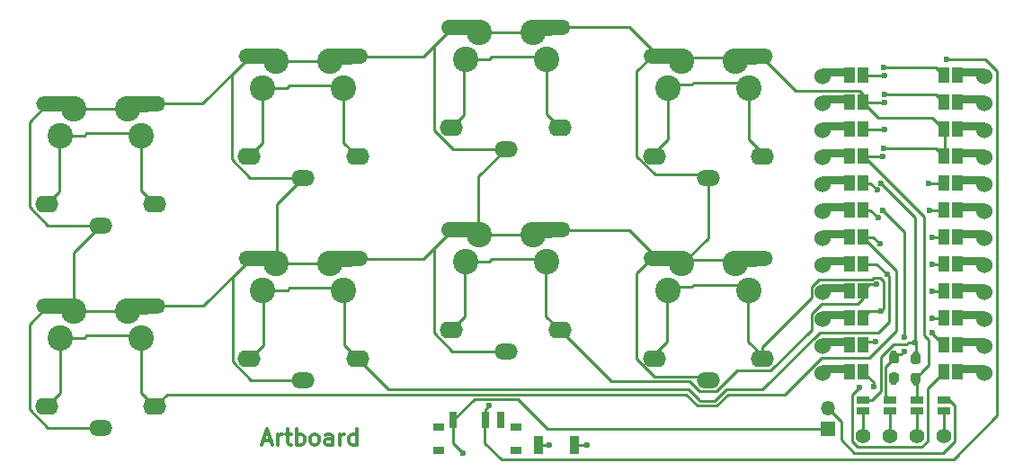
<source format=gtl>
G04 #@! TF.GenerationSoftware,KiCad,Pcbnew,5.1.9*
G04 #@! TF.CreationDate,2021-04-16T07:13:37-05:00*
G04 #@! TF.ProjectId,artboard,61727462-6f61-4726-942e-6b696361645f,2.0*
G04 #@! TF.SameCoordinates,Original*
G04 #@! TF.FileFunction,Copper,L1,Top*
G04 #@! TF.FilePolarity,Positive*
%FSLAX46Y46*%
G04 Gerber Fmt 4.6, Leading zero omitted, Abs format (unit mm)*
G04 Created by KiCad (PCBNEW 5.1.9) date 2021-04-16 07:13:37*
%MOMM*%
%LPD*%
G01*
G04 APERTURE LIST*
G04 #@! TA.AperFunction,NonConductor*
%ADD10C,0.300000*%
G04 #@! TD*
G04 #@! TA.AperFunction,EtchedComponent*
%ADD11C,0.020000*%
G04 #@! TD*
G04 #@! TA.AperFunction,EtchedComponent*
%ADD12C,0.100000*%
G04 #@! TD*
G04 #@! TA.AperFunction,ComponentPad*
%ADD13C,0.750000*%
G04 #@! TD*
G04 #@! TA.AperFunction,ComponentPad*
%ADD14C,2.400000*%
G04 #@! TD*
G04 #@! TA.AperFunction,ComponentPad*
%ADD15O,2.200000X1.600000*%
G04 #@! TD*
G04 #@! TA.AperFunction,ComponentPad*
%ADD16O,2.200000X1.500000*%
G04 #@! TD*
G04 #@! TA.AperFunction,SMDPad,CuDef*
%ADD17C,0.100000*%
G04 #@! TD*
G04 #@! TA.AperFunction,ComponentPad*
%ADD18C,1.524000*%
G04 #@! TD*
G04 #@! TA.AperFunction,SMDPad,CuDef*
%ADD19R,0.900000X1.700000*%
G04 #@! TD*
G04 #@! TA.AperFunction,SMDPad,CuDef*
%ADD20R,0.700000X1.500000*%
G04 #@! TD*
G04 #@! TA.AperFunction,SMDPad,CuDef*
%ADD21R,1.000000X0.800000*%
G04 #@! TD*
G04 #@! TA.AperFunction,SMDPad,CuDef*
%ADD22R,1.143000X0.635000*%
G04 #@! TD*
G04 #@! TA.AperFunction,ComponentPad*
%ADD23C,1.397000*%
G04 #@! TD*
G04 #@! TA.AperFunction,ComponentPad*
%ADD24R,1.350000X1.350000*%
G04 #@! TD*
G04 #@! TA.AperFunction,ComponentPad*
%ADD25O,1.350000X1.350000*%
G04 #@! TD*
G04 #@! TA.AperFunction,ViaPad*
%ADD26C,0.600000*%
G04 #@! TD*
G04 #@! TA.AperFunction,Conductor*
%ADD27C,0.250000*%
G04 #@! TD*
G04 APERTURE END LIST*
D10*
X56519328Y-72091500D02*
X57233614Y-72091500D01*
X56376471Y-72520071D02*
X56876471Y-71020071D01*
X57376471Y-72520071D01*
X57876471Y-72520071D02*
X57876471Y-71520071D01*
X57876471Y-71805785D02*
X57947900Y-71662928D01*
X58019328Y-71591500D01*
X58162185Y-71520071D01*
X58305042Y-71520071D01*
X58590757Y-71520071D02*
X59162185Y-71520071D01*
X58805042Y-71020071D02*
X58805042Y-72305785D01*
X58876471Y-72448642D01*
X59019328Y-72520071D01*
X59162185Y-72520071D01*
X59662185Y-72520071D02*
X59662185Y-71020071D01*
X59662185Y-71591500D02*
X59805042Y-71520071D01*
X60090757Y-71520071D01*
X60233614Y-71591500D01*
X60305042Y-71662928D01*
X60376471Y-71805785D01*
X60376471Y-72234357D01*
X60305042Y-72377214D01*
X60233614Y-72448642D01*
X60090757Y-72520071D01*
X59805042Y-72520071D01*
X59662185Y-72448642D01*
X61233614Y-72520071D02*
X61090757Y-72448642D01*
X61019328Y-72377214D01*
X60947900Y-72234357D01*
X60947900Y-71805785D01*
X61019328Y-71662928D01*
X61090757Y-71591500D01*
X61233614Y-71520071D01*
X61447900Y-71520071D01*
X61590757Y-71591500D01*
X61662185Y-71662928D01*
X61733614Y-71805785D01*
X61733614Y-72234357D01*
X61662185Y-72377214D01*
X61590757Y-72448642D01*
X61447900Y-72520071D01*
X61233614Y-72520071D01*
X63019328Y-72520071D02*
X63019328Y-71734357D01*
X62947900Y-71591500D01*
X62805042Y-71520071D01*
X62519328Y-71520071D01*
X62376471Y-71591500D01*
X63019328Y-72448642D02*
X62876471Y-72520071D01*
X62519328Y-72520071D01*
X62376471Y-72448642D01*
X62305042Y-72305785D01*
X62305042Y-72162928D01*
X62376471Y-72020071D01*
X62519328Y-71948642D01*
X62876471Y-71948642D01*
X63019328Y-71877214D01*
X63733614Y-72520071D02*
X63733614Y-71520071D01*
X63733614Y-71805785D02*
X63805042Y-71662928D01*
X63876471Y-71591500D01*
X64019328Y-71520071D01*
X64162185Y-71520071D01*
X65305042Y-72520071D02*
X65305042Y-71020071D01*
X65305042Y-72448642D02*
X65162185Y-72520071D01*
X64876471Y-72520071D01*
X64733614Y-72448642D01*
X64662185Y-72377214D01*
X64590757Y-72234357D01*
X64590757Y-71805785D01*
X64662185Y-71662928D01*
X64733614Y-71591500D01*
X64876471Y-71520071D01*
X65162185Y-71520071D01*
X65305042Y-71591500D01*
D11*
G36*
X124398700Y-37703900D02*
G01*
X121858700Y-37703900D01*
X121858700Y-37068900D01*
X124398700Y-37068900D01*
X124398700Y-37703900D01*
G37*
X124398700Y-37703900D02*
X121858700Y-37703900D01*
X121858700Y-37068900D01*
X124398700Y-37068900D01*
X124398700Y-37703900D01*
D12*
G36*
X111698700Y-40243900D02*
G01*
X109158700Y-40243900D01*
X109158700Y-39608900D01*
X111698700Y-39608900D01*
X111698700Y-40243900D01*
G37*
X111698700Y-40243900D02*
X109158700Y-40243900D01*
X109158700Y-39608900D01*
X111698700Y-39608900D01*
X111698700Y-40243900D01*
G36*
X111698700Y-42783900D02*
G01*
X109158700Y-42783900D01*
X109158700Y-42148900D01*
X111698700Y-42148900D01*
X111698700Y-42783900D01*
G37*
X111698700Y-42783900D02*
X109158700Y-42783900D01*
X109158700Y-42148900D01*
X111698700Y-42148900D01*
X111698700Y-42783900D01*
G36*
X111698700Y-45323900D02*
G01*
X109158700Y-45323900D01*
X109158700Y-44688900D01*
X111698700Y-44688900D01*
X111698700Y-45323900D01*
G37*
X111698700Y-45323900D02*
X109158700Y-45323900D01*
X109158700Y-44688900D01*
X111698700Y-44688900D01*
X111698700Y-45323900D01*
G36*
X111698700Y-47863900D02*
G01*
X109158700Y-47863900D01*
X109158700Y-47228900D01*
X111698700Y-47228900D01*
X111698700Y-47863900D01*
G37*
X111698700Y-47863900D02*
X109158700Y-47863900D01*
X109158700Y-47228900D01*
X111698700Y-47228900D01*
X111698700Y-47863900D01*
G36*
X111698700Y-50403900D02*
G01*
X109158700Y-50403900D01*
X109158700Y-49768900D01*
X111698700Y-49768900D01*
X111698700Y-50403900D01*
G37*
X111698700Y-50403900D02*
X109158700Y-50403900D01*
X109158700Y-49768900D01*
X111698700Y-49768900D01*
X111698700Y-50403900D01*
G36*
X111698700Y-52943900D02*
G01*
X109158700Y-52943900D01*
X109158700Y-52308900D01*
X111698700Y-52308900D01*
X111698700Y-52943900D01*
G37*
X111698700Y-52943900D02*
X109158700Y-52943900D01*
X109158700Y-52308900D01*
X111698700Y-52308900D01*
X111698700Y-52943900D01*
G36*
X111698700Y-55483900D02*
G01*
X109158700Y-55483900D01*
X109158700Y-54848900D01*
X111698700Y-54848900D01*
X111698700Y-55483900D01*
G37*
X111698700Y-55483900D02*
X109158700Y-55483900D01*
X109158700Y-54848900D01*
X111698700Y-54848900D01*
X111698700Y-55483900D01*
G36*
X111698700Y-58023900D02*
G01*
X109158700Y-58023900D01*
X109158700Y-57388900D01*
X111698700Y-57388900D01*
X111698700Y-58023900D01*
G37*
X111698700Y-58023900D02*
X109158700Y-58023900D01*
X109158700Y-57388900D01*
X111698700Y-57388900D01*
X111698700Y-58023900D01*
G36*
X111698700Y-60563900D02*
G01*
X109158700Y-60563900D01*
X109158700Y-59928900D01*
X111698700Y-59928900D01*
X111698700Y-60563900D01*
G37*
X111698700Y-60563900D02*
X109158700Y-60563900D01*
X109158700Y-59928900D01*
X111698700Y-59928900D01*
X111698700Y-60563900D01*
G36*
X111698700Y-63103900D02*
G01*
X109158700Y-63103900D01*
X109158700Y-62468900D01*
X111698700Y-62468900D01*
X111698700Y-63103900D01*
G37*
X111698700Y-63103900D02*
X109158700Y-63103900D01*
X109158700Y-62468900D01*
X111698700Y-62468900D01*
X111698700Y-63103900D01*
G36*
X111698700Y-65643900D02*
G01*
X109158700Y-65643900D01*
X109158700Y-65008900D01*
X111698700Y-65008900D01*
X111698700Y-65643900D01*
G37*
X111698700Y-65643900D02*
X109158700Y-65643900D01*
X109158700Y-65008900D01*
X111698700Y-65008900D01*
X111698700Y-65643900D01*
G36*
X124398700Y-40243900D02*
G01*
X121858700Y-40243900D01*
X121858700Y-39608900D01*
X124398700Y-39608900D01*
X124398700Y-40243900D01*
G37*
X124398700Y-40243900D02*
X121858700Y-40243900D01*
X121858700Y-39608900D01*
X124398700Y-39608900D01*
X124398700Y-40243900D01*
G36*
X124398700Y-42783900D02*
G01*
X121858700Y-42783900D01*
X121858700Y-42148900D01*
X124398700Y-42148900D01*
X124398700Y-42783900D01*
G37*
X124398700Y-42783900D02*
X121858700Y-42783900D01*
X121858700Y-42148900D01*
X124398700Y-42148900D01*
X124398700Y-42783900D01*
G36*
X124398700Y-45323900D02*
G01*
X121858700Y-45323900D01*
X121858700Y-44688900D01*
X124398700Y-44688900D01*
X124398700Y-45323900D01*
G37*
X124398700Y-45323900D02*
X121858700Y-45323900D01*
X121858700Y-44688900D01*
X124398700Y-44688900D01*
X124398700Y-45323900D01*
G36*
X124398700Y-47863900D02*
G01*
X121858700Y-47863900D01*
X121858700Y-47228900D01*
X124398700Y-47228900D01*
X124398700Y-47863900D01*
G37*
X124398700Y-47863900D02*
X121858700Y-47863900D01*
X121858700Y-47228900D01*
X124398700Y-47228900D01*
X124398700Y-47863900D01*
G36*
X124398700Y-50403900D02*
G01*
X121858700Y-50403900D01*
X121858700Y-49768900D01*
X124398700Y-49768900D01*
X124398700Y-50403900D01*
G37*
X124398700Y-50403900D02*
X121858700Y-50403900D01*
X121858700Y-49768900D01*
X124398700Y-49768900D01*
X124398700Y-50403900D01*
G36*
X124398700Y-52943900D02*
G01*
X121858700Y-52943900D01*
X121858700Y-52308900D01*
X124398700Y-52308900D01*
X124398700Y-52943900D01*
G37*
X124398700Y-52943900D02*
X121858700Y-52943900D01*
X121858700Y-52308900D01*
X124398700Y-52308900D01*
X124398700Y-52943900D01*
G36*
X124398700Y-55483900D02*
G01*
X121858700Y-55483900D01*
X121858700Y-54848900D01*
X124398700Y-54848900D01*
X124398700Y-55483900D01*
G37*
X124398700Y-55483900D02*
X121858700Y-55483900D01*
X121858700Y-54848900D01*
X124398700Y-54848900D01*
X124398700Y-55483900D01*
G36*
X124398700Y-58023900D02*
G01*
X121858700Y-58023900D01*
X121858700Y-57388900D01*
X124398700Y-57388900D01*
X124398700Y-58023900D01*
G37*
X124398700Y-58023900D02*
X121858700Y-58023900D01*
X121858700Y-57388900D01*
X124398700Y-57388900D01*
X124398700Y-58023900D01*
G36*
X124398700Y-60563900D02*
G01*
X121858700Y-60563900D01*
X121858700Y-59928900D01*
X124398700Y-59928900D01*
X124398700Y-60563900D01*
G37*
X124398700Y-60563900D02*
X121858700Y-60563900D01*
X121858700Y-59928900D01*
X124398700Y-59928900D01*
X124398700Y-60563900D01*
G36*
X124398700Y-63103900D02*
G01*
X121858700Y-63103900D01*
X121858700Y-62468900D01*
X124398700Y-62468900D01*
X124398700Y-63103900D01*
G37*
X124398700Y-63103900D02*
X121858700Y-63103900D01*
X121858700Y-62468900D01*
X124398700Y-62468900D01*
X124398700Y-63103900D01*
G36*
X124398700Y-65643900D02*
G01*
X121858700Y-65643900D01*
X121858700Y-65008900D01*
X124398700Y-65008900D01*
X124398700Y-65643900D01*
G37*
X124398700Y-65643900D02*
X121858700Y-65643900D01*
X121858700Y-65008900D01*
X124398700Y-65008900D01*
X124398700Y-65643900D01*
G36*
X111698700Y-37703900D02*
G01*
X109158700Y-37703900D01*
X109158700Y-37068900D01*
X111698700Y-37068900D01*
X111698700Y-37703900D01*
G37*
X111698700Y-37703900D02*
X109158700Y-37703900D01*
X109158700Y-37068900D01*
X111698700Y-37068900D01*
X111698700Y-37703900D01*
D13*
X115900800Y-64031000D03*
X115900800Y-66571000D03*
G04 #@! TA.AperFunction,SMDPad,CuDef*
G36*
G01*
X116138300Y-66701000D02*
X115663300Y-66701000D01*
G75*
G02*
X115425800Y-66463500I0J237500D01*
G01*
X115425800Y-65963500D01*
G75*
G02*
X115663300Y-65726000I237500J0D01*
G01*
X116138300Y-65726000D01*
G75*
G02*
X116375800Y-65963500I0J-237500D01*
G01*
X116375800Y-66463500D01*
G75*
G02*
X116138300Y-66701000I-237500J0D01*
G01*
G37*
G04 #@! TD.AperFunction*
G04 #@! TA.AperFunction,SMDPad,CuDef*
G36*
G01*
X116138300Y-64876000D02*
X115663300Y-64876000D01*
G75*
G02*
X115425800Y-64638500I0J237500D01*
G01*
X115425800Y-64138500D01*
G75*
G02*
X115663300Y-63901000I237500J0D01*
G01*
X116138300Y-63901000D01*
G75*
G02*
X116375800Y-64138500I0J-237500D01*
G01*
X116375800Y-64638500D01*
G75*
G02*
X116138300Y-64876000I-237500J0D01*
G01*
G37*
G04 #@! TD.AperFunction*
X117958200Y-64056400D03*
X117958200Y-66596400D03*
G04 #@! TA.AperFunction,SMDPad,CuDef*
G36*
G01*
X118195700Y-66726400D02*
X117720700Y-66726400D01*
G75*
G02*
X117483200Y-66488900I0J237500D01*
G01*
X117483200Y-65988900D01*
G75*
G02*
X117720700Y-65751400I237500J0D01*
G01*
X118195700Y-65751400D01*
G75*
G02*
X118433200Y-65988900I0J-237500D01*
G01*
X118433200Y-66488900D01*
G75*
G02*
X118195700Y-66726400I-237500J0D01*
G01*
G37*
G04 #@! TD.AperFunction*
G04 #@! TA.AperFunction,SMDPad,CuDef*
G36*
G01*
X118195700Y-64901400D02*
X117720700Y-64901400D01*
G75*
G02*
X117483200Y-64663900I0J237500D01*
G01*
X117483200Y-64163900D01*
G75*
G02*
X117720700Y-63926400I237500J0D01*
G01*
X118195700Y-63926400D01*
G75*
G02*
X118433200Y-64163900I0J-237500D01*
G01*
X118433200Y-64663900D01*
G75*
G02*
X118195700Y-64901400I-237500J0D01*
G01*
G37*
G04 #@! TD.AperFunction*
D14*
X64084800Y-38935800D03*
D15*
X65374800Y-45375800D03*
G04 #@! TA.AperFunction,ComponentPad*
G36*
G01*
X58574674Y-35954597D02*
X58574674Y-35954597D01*
G75*
G02*
X57818158Y-36698023I-749971J6545D01*
G01*
X54918268Y-36672717D01*
G75*
G02*
X54174842Y-35916201I6545J749971D01*
G01*
X54174842Y-35916201D01*
G75*
G02*
X54931358Y-35172775I749971J-6545D01*
G01*
X57831248Y-35198081D01*
G75*
G02*
X58574674Y-35954597I-6545J-749971D01*
G01*
G37*
G04 #@! TD.AperFunction*
D14*
X57734800Y-36395800D03*
X56464800Y-38935800D03*
D16*
X60274800Y-47375800D03*
D15*
X55174800Y-45375800D03*
G04 #@! TA.AperFunction,ComponentPad*
G36*
G01*
X61974926Y-35954597D02*
X61974926Y-35954597D01*
G75*
G02*
X62718352Y-35198081I749971J6545D01*
G01*
X65618242Y-35172775D01*
G75*
G02*
X66374758Y-35916201I6545J-749971D01*
G01*
X66374758Y-35916201D01*
G75*
G02*
X65631332Y-36672717I-749971J-6545D01*
G01*
X62731442Y-36698023D01*
G75*
G02*
X61974926Y-35954597I-6545J749971D01*
G01*
G37*
G04 #@! TD.AperFunction*
D14*
X62814800Y-36395800D03*
X45009400Y-43418900D03*
D15*
X46299400Y-49858900D03*
G04 #@! TA.AperFunction,ComponentPad*
G36*
G01*
X39499274Y-40437697D02*
X39499274Y-40437697D01*
G75*
G02*
X38742758Y-41181123I-749971J6545D01*
G01*
X35842868Y-41155817D01*
G75*
G02*
X35099442Y-40399301I6545J749971D01*
G01*
X35099442Y-40399301D01*
G75*
G02*
X35855958Y-39655875I749971J-6545D01*
G01*
X38755848Y-39681181D01*
G75*
G02*
X39499274Y-40437697I-6545J-749971D01*
G01*
G37*
G04 #@! TD.AperFunction*
D14*
X38659400Y-40878900D03*
X37389400Y-43418900D03*
D16*
X41199400Y-51858900D03*
D15*
X36099400Y-49858900D03*
G04 #@! TA.AperFunction,ComponentPad*
G36*
G01*
X42899526Y-40437697D02*
X42899526Y-40437697D01*
G75*
G02*
X43642952Y-39681181I749971J6545D01*
G01*
X46542842Y-39655875D01*
G75*
G02*
X47299358Y-40399301I6545J-749971D01*
G01*
X47299358Y-40399301D01*
G75*
G02*
X46555932Y-41155817I-749971J-6545D01*
G01*
X43656042Y-41181123D01*
G75*
G02*
X42899526Y-40437697I-6545J749971D01*
G01*
G37*
G04 #@! TD.AperFunction*
D14*
X43739400Y-40878900D03*
X83147500Y-36218000D03*
D15*
X84437500Y-42658000D03*
G04 #@! TA.AperFunction,ComponentPad*
G36*
G01*
X77637374Y-33236797D02*
X77637374Y-33236797D01*
G75*
G02*
X76880858Y-33980223I-749971J6545D01*
G01*
X73980968Y-33954917D01*
G75*
G02*
X73237542Y-33198401I6545J749971D01*
G01*
X73237542Y-33198401D01*
G75*
G02*
X73994058Y-32454975I749971J-6545D01*
G01*
X76893948Y-32480281D01*
G75*
G02*
X77637374Y-33236797I-6545J-749971D01*
G01*
G37*
G04 #@! TD.AperFunction*
D14*
X76797500Y-33678000D03*
X75527500Y-36218000D03*
D16*
X79337500Y-44658000D03*
D15*
X74237500Y-42658000D03*
G04 #@! TA.AperFunction,ComponentPad*
G36*
G01*
X81037626Y-33236797D02*
X81037626Y-33236797D01*
G75*
G02*
X81781052Y-32480281I749971J6545D01*
G01*
X84680942Y-32454975D01*
G75*
G02*
X85437458Y-33198401I6545J-749971D01*
G01*
X85437458Y-33198401D01*
G75*
G02*
X84694032Y-33954917I-749971J-6545D01*
G01*
X81794142Y-33980223D01*
G75*
G02*
X81037626Y-33236797I-6545J749971D01*
G01*
G37*
G04 #@! TD.AperFunction*
D14*
X81877500Y-33678000D03*
X102210200Y-38935800D03*
D15*
X103500200Y-45375800D03*
G04 #@! TA.AperFunction,ComponentPad*
G36*
G01*
X96700074Y-35954597D02*
X96700074Y-35954597D01*
G75*
G02*
X95943558Y-36698023I-749971J6545D01*
G01*
X93043668Y-36672717D01*
G75*
G02*
X92300242Y-35916201I6545J749971D01*
G01*
X92300242Y-35916201D01*
G75*
G02*
X93056758Y-35172775I749971J-6545D01*
G01*
X95956648Y-35198081D01*
G75*
G02*
X96700074Y-35954597I-6545J-749971D01*
G01*
G37*
G04 #@! TD.AperFunction*
D14*
X95860200Y-36395800D03*
X94590200Y-38935800D03*
D16*
X98400200Y-47375800D03*
D15*
X93300200Y-45375800D03*
G04 #@! TA.AperFunction,ComponentPad*
G36*
G01*
X100100326Y-35954597D02*
X100100326Y-35954597D01*
G75*
G02*
X100843752Y-35198081I749971J6545D01*
G01*
X103743642Y-35172775D01*
G75*
G02*
X104500158Y-35916201I6545J-749971D01*
G01*
X104500158Y-35916201D01*
G75*
G02*
X103756732Y-36672717I-749971J-6545D01*
G01*
X100856842Y-36698023D01*
G75*
G02*
X100100326Y-35954597I-6545J749971D01*
G01*
G37*
G04 #@! TD.AperFunction*
D14*
X100940200Y-36395800D03*
X83147500Y-55268000D03*
D15*
X84437500Y-61708000D03*
G04 #@! TA.AperFunction,ComponentPad*
G36*
G01*
X77637374Y-52286797D02*
X77637374Y-52286797D01*
G75*
G02*
X76880858Y-53030223I-749971J6545D01*
G01*
X73980968Y-53004917D01*
G75*
G02*
X73237542Y-52248401I6545J749971D01*
G01*
X73237542Y-52248401D01*
G75*
G02*
X73994058Y-51504975I749971J-6545D01*
G01*
X76893948Y-51530281D01*
G75*
G02*
X77637374Y-52286797I-6545J-749971D01*
G01*
G37*
G04 #@! TD.AperFunction*
D14*
X76797500Y-52728000D03*
X75527500Y-55268000D03*
D16*
X79337500Y-63708000D03*
D15*
X74237500Y-61708000D03*
G04 #@! TA.AperFunction,ComponentPad*
G36*
G01*
X81037626Y-52286797D02*
X81037626Y-52286797D01*
G75*
G02*
X81781052Y-51530281I749971J6545D01*
G01*
X84680942Y-51504975D01*
G75*
G02*
X85437458Y-52248401I6545J-749971D01*
G01*
X85437458Y-52248401D01*
G75*
G02*
X84694032Y-53004917I-749971J-6545D01*
G01*
X81794142Y-53030223D01*
G75*
G02*
X81037626Y-52286797I-6545J749971D01*
G01*
G37*
G04 #@! TD.AperFunction*
D14*
X81877500Y-52728000D03*
X102210200Y-57985800D03*
D15*
X103500200Y-64425800D03*
G04 #@! TA.AperFunction,ComponentPad*
G36*
G01*
X96700074Y-55004597D02*
X96700074Y-55004597D01*
G75*
G02*
X95943558Y-55748023I-749971J6545D01*
G01*
X93043668Y-55722717D01*
G75*
G02*
X92300242Y-54966201I6545J749971D01*
G01*
X92300242Y-54966201D01*
G75*
G02*
X93056758Y-54222775I749971J-6545D01*
G01*
X95956648Y-54248081D01*
G75*
G02*
X96700074Y-55004597I-6545J-749971D01*
G01*
G37*
G04 #@! TD.AperFunction*
D14*
X95860200Y-55445800D03*
X94590200Y-57985800D03*
D16*
X98400200Y-66425800D03*
D15*
X93300200Y-64425800D03*
G04 #@! TA.AperFunction,ComponentPad*
G36*
G01*
X100100326Y-55004597D02*
X100100326Y-55004597D01*
G75*
G02*
X100843752Y-54248081I749971J6545D01*
G01*
X103743642Y-54222775D01*
G75*
G02*
X104500158Y-54966201I6545J-749971D01*
G01*
X104500158Y-54966201D01*
G75*
G02*
X103756732Y-55722717I-749971J-6545D01*
G01*
X100856842Y-55748023D01*
G75*
G02*
X100100326Y-55004597I-6545J749971D01*
G01*
G37*
G04 #@! TD.AperFunction*
D14*
X100940200Y-55445800D03*
X45009400Y-62468900D03*
D15*
X46299400Y-68908900D03*
G04 #@! TA.AperFunction,ComponentPad*
G36*
G01*
X39499274Y-59487697D02*
X39499274Y-59487697D01*
G75*
G02*
X38742758Y-60231123I-749971J6545D01*
G01*
X35842868Y-60205817D01*
G75*
G02*
X35099442Y-59449301I6545J749971D01*
G01*
X35099442Y-59449301D01*
G75*
G02*
X35855958Y-58705875I749971J-6545D01*
G01*
X38755848Y-58731181D01*
G75*
G02*
X39499274Y-59487697I-6545J-749971D01*
G01*
G37*
G04 #@! TD.AperFunction*
D14*
X38659400Y-59928900D03*
X37389400Y-62468900D03*
D16*
X41199400Y-70908900D03*
D15*
X36099400Y-68908900D03*
G04 #@! TA.AperFunction,ComponentPad*
G36*
G01*
X42899526Y-59487697D02*
X42899526Y-59487697D01*
G75*
G02*
X43642952Y-58731181I749971J6545D01*
G01*
X46542842Y-58705875D01*
G75*
G02*
X47299358Y-59449301I6545J-749971D01*
G01*
X47299358Y-59449301D01*
G75*
G02*
X46555932Y-60205817I-749971J-6545D01*
G01*
X43656042Y-60231123D01*
G75*
G02*
X42899526Y-59487697I-6545J749971D01*
G01*
G37*
G04 #@! TD.AperFunction*
D14*
X43739400Y-59928900D03*
X64084800Y-57985800D03*
D15*
X65374800Y-64425800D03*
G04 #@! TA.AperFunction,ComponentPad*
G36*
G01*
X58574674Y-55004597D02*
X58574674Y-55004597D01*
G75*
G02*
X57818158Y-55748023I-749971J6545D01*
G01*
X54918268Y-55722717D01*
G75*
G02*
X54174842Y-54966201I6545J749971D01*
G01*
X54174842Y-54966201D01*
G75*
G02*
X54931358Y-54222775I749971J-6545D01*
G01*
X57831248Y-54248081D01*
G75*
G02*
X58574674Y-55004597I-6545J-749971D01*
G01*
G37*
G04 #@! TD.AperFunction*
D14*
X57734800Y-55445800D03*
X56464800Y-57985800D03*
D16*
X60274800Y-66425800D03*
D15*
X55174800Y-64425800D03*
G04 #@! TA.AperFunction,ComponentPad*
G36*
G01*
X61974926Y-55004597D02*
X61974926Y-55004597D01*
G75*
G02*
X62718352Y-54248081I749971J6545D01*
G01*
X65618242Y-54222775D01*
G75*
G02*
X66374758Y-54966201I6545J-749971D01*
G01*
X66374758Y-54966201D01*
G75*
G02*
X65631332Y-55722717I-749971J-6545D01*
G01*
X62731442Y-55748023D01*
G75*
G02*
X61974926Y-55004597I-6545J749971D01*
G01*
G37*
G04 #@! TD.AperFunction*
D14*
X62814800Y-55445800D03*
G04 #@! TA.AperFunction,SMDPad,CuDef*
D17*
G36*
X121358700Y-53693900D02*
G01*
X121358700Y-52193900D01*
X122358700Y-52193900D01*
X122358700Y-53693900D01*
X121358700Y-53693900D01*
G37*
G04 #@! TD.AperFunction*
G04 #@! TA.AperFunction,SMDPad,CuDef*
G36*
X111198700Y-53693900D02*
G01*
X111198700Y-52193900D01*
X112198700Y-52193900D01*
X112198700Y-53693900D01*
X111198700Y-53693900D01*
G37*
G04 #@! TD.AperFunction*
G04 #@! TA.AperFunction,SMDPad,CuDef*
G36*
X120088700Y-53693900D02*
G01*
X120088700Y-52193900D01*
X121088700Y-52193900D01*
X121088700Y-53693900D01*
X120088700Y-53693900D01*
G37*
G04 #@! TD.AperFunction*
G04 #@! TA.AperFunction,SMDPad,CuDef*
G36*
X112468700Y-53693900D02*
G01*
X112468700Y-52193900D01*
X113468700Y-52193900D01*
X113468700Y-53693900D01*
X112468700Y-53693900D01*
G37*
G04 #@! TD.AperFunction*
G04 #@! TA.AperFunction,SMDPad,CuDef*
G36*
X121358700Y-56233900D02*
G01*
X121358700Y-54733900D01*
X122358700Y-54733900D01*
X122358700Y-56233900D01*
X121358700Y-56233900D01*
G37*
G04 #@! TD.AperFunction*
G04 #@! TA.AperFunction,SMDPad,CuDef*
G36*
X111198700Y-56233900D02*
G01*
X111198700Y-54733900D01*
X112198700Y-54733900D01*
X112198700Y-56233900D01*
X111198700Y-56233900D01*
G37*
G04 #@! TD.AperFunction*
G04 #@! TA.AperFunction,SMDPad,CuDef*
G36*
X120088700Y-56233900D02*
G01*
X120088700Y-54733900D01*
X121088700Y-54733900D01*
X121088700Y-56233900D01*
X120088700Y-56233900D01*
G37*
G04 #@! TD.AperFunction*
G04 #@! TA.AperFunction,SMDPad,CuDef*
G36*
X112468700Y-56233900D02*
G01*
X112468700Y-54733900D01*
X113468700Y-54733900D01*
X113468700Y-56233900D01*
X112468700Y-56233900D01*
G37*
G04 #@! TD.AperFunction*
G04 #@! TA.AperFunction,SMDPad,CuDef*
G36*
X121358700Y-58773900D02*
G01*
X121358700Y-57273900D01*
X122358700Y-57273900D01*
X122358700Y-58773900D01*
X121358700Y-58773900D01*
G37*
G04 #@! TD.AperFunction*
G04 #@! TA.AperFunction,SMDPad,CuDef*
G36*
X111198700Y-58773900D02*
G01*
X111198700Y-57273900D01*
X112198700Y-57273900D01*
X112198700Y-58773900D01*
X111198700Y-58773900D01*
G37*
G04 #@! TD.AperFunction*
G04 #@! TA.AperFunction,SMDPad,CuDef*
G36*
X120088700Y-58773900D02*
G01*
X120088700Y-57273900D01*
X121088700Y-57273900D01*
X121088700Y-58773900D01*
X120088700Y-58773900D01*
G37*
G04 #@! TD.AperFunction*
G04 #@! TA.AperFunction,SMDPad,CuDef*
G36*
X112468700Y-58773900D02*
G01*
X112468700Y-57273900D01*
X113468700Y-57273900D01*
X113468700Y-58773900D01*
X112468700Y-58773900D01*
G37*
G04 #@! TD.AperFunction*
G04 #@! TA.AperFunction,SMDPad,CuDef*
G36*
X121358700Y-61313900D02*
G01*
X121358700Y-59813900D01*
X122358700Y-59813900D01*
X122358700Y-61313900D01*
X121358700Y-61313900D01*
G37*
G04 #@! TD.AperFunction*
G04 #@! TA.AperFunction,SMDPad,CuDef*
G36*
X111198700Y-61313900D02*
G01*
X111198700Y-59813900D01*
X112198700Y-59813900D01*
X112198700Y-61313900D01*
X111198700Y-61313900D01*
G37*
G04 #@! TD.AperFunction*
G04 #@! TA.AperFunction,SMDPad,CuDef*
G36*
X120088700Y-61313900D02*
G01*
X120088700Y-59813900D01*
X121088700Y-59813900D01*
X121088700Y-61313900D01*
X120088700Y-61313900D01*
G37*
G04 #@! TD.AperFunction*
G04 #@! TA.AperFunction,SMDPad,CuDef*
G36*
X112468700Y-61313900D02*
G01*
X112468700Y-59813900D01*
X113468700Y-59813900D01*
X113468700Y-61313900D01*
X112468700Y-61313900D01*
G37*
G04 #@! TD.AperFunction*
G04 #@! TA.AperFunction,SMDPad,CuDef*
G36*
X121358700Y-63853900D02*
G01*
X121358700Y-62353900D01*
X122358700Y-62353900D01*
X122358700Y-63853900D01*
X121358700Y-63853900D01*
G37*
G04 #@! TD.AperFunction*
G04 #@! TA.AperFunction,SMDPad,CuDef*
G36*
X111198700Y-63853900D02*
G01*
X111198700Y-62353900D01*
X112198700Y-62353900D01*
X112198700Y-63853900D01*
X111198700Y-63853900D01*
G37*
G04 #@! TD.AperFunction*
G04 #@! TA.AperFunction,SMDPad,CuDef*
G36*
X120088700Y-63853900D02*
G01*
X120088700Y-62353900D01*
X121088700Y-62353900D01*
X121088700Y-63853900D01*
X120088700Y-63853900D01*
G37*
G04 #@! TD.AperFunction*
G04 #@! TA.AperFunction,SMDPad,CuDef*
G36*
X112468700Y-63853900D02*
G01*
X112468700Y-62353900D01*
X113468700Y-62353900D01*
X113468700Y-63853900D01*
X112468700Y-63853900D01*
G37*
G04 #@! TD.AperFunction*
G04 #@! TA.AperFunction,SMDPad,CuDef*
G36*
X121358700Y-66393900D02*
G01*
X121358700Y-64893900D01*
X122358700Y-64893900D01*
X122358700Y-66393900D01*
X121358700Y-66393900D01*
G37*
G04 #@! TD.AperFunction*
G04 #@! TA.AperFunction,SMDPad,CuDef*
G36*
X111198700Y-66393900D02*
G01*
X111198700Y-64893900D01*
X112198700Y-64893900D01*
X112198700Y-66393900D01*
X111198700Y-66393900D01*
G37*
G04 #@! TD.AperFunction*
G04 #@! TA.AperFunction,SMDPad,CuDef*
G36*
X120088700Y-66393900D02*
G01*
X120088700Y-64893900D01*
X121088700Y-64893900D01*
X121088700Y-66393900D01*
X120088700Y-66393900D01*
G37*
G04 #@! TD.AperFunction*
G04 #@! TA.AperFunction,SMDPad,CuDef*
G36*
X112468700Y-66393900D02*
G01*
X112468700Y-64893900D01*
X113468700Y-64893900D01*
X113468700Y-66393900D01*
X112468700Y-66393900D01*
G37*
G04 #@! TD.AperFunction*
G04 #@! TA.AperFunction,SMDPad,CuDef*
G36*
X121358700Y-51153900D02*
G01*
X121358700Y-49653900D01*
X122358700Y-49653900D01*
X122358700Y-51153900D01*
X121358700Y-51153900D01*
G37*
G04 #@! TD.AperFunction*
G04 #@! TA.AperFunction,SMDPad,CuDef*
G36*
X111198700Y-51153900D02*
G01*
X111198700Y-49653900D01*
X112198700Y-49653900D01*
X112198700Y-51153900D01*
X111198700Y-51153900D01*
G37*
G04 #@! TD.AperFunction*
G04 #@! TA.AperFunction,SMDPad,CuDef*
G36*
X120088700Y-51153900D02*
G01*
X120088700Y-49653900D01*
X121088700Y-49653900D01*
X121088700Y-51153900D01*
X120088700Y-51153900D01*
G37*
G04 #@! TD.AperFunction*
G04 #@! TA.AperFunction,SMDPad,CuDef*
G36*
X112468700Y-51153900D02*
G01*
X112468700Y-49653900D01*
X113468700Y-49653900D01*
X113468700Y-51153900D01*
X112468700Y-51153900D01*
G37*
G04 #@! TD.AperFunction*
G04 #@! TA.AperFunction,SMDPad,CuDef*
G36*
X121358700Y-48613900D02*
G01*
X121358700Y-47113900D01*
X122358700Y-47113900D01*
X122358700Y-48613900D01*
X121358700Y-48613900D01*
G37*
G04 #@! TD.AperFunction*
G04 #@! TA.AperFunction,SMDPad,CuDef*
G36*
X111198700Y-48613900D02*
G01*
X111198700Y-47113900D01*
X112198700Y-47113900D01*
X112198700Y-48613900D01*
X111198700Y-48613900D01*
G37*
G04 #@! TD.AperFunction*
G04 #@! TA.AperFunction,SMDPad,CuDef*
G36*
X120088700Y-48613900D02*
G01*
X120088700Y-47113900D01*
X121088700Y-47113900D01*
X121088700Y-48613900D01*
X120088700Y-48613900D01*
G37*
G04 #@! TD.AperFunction*
G04 #@! TA.AperFunction,SMDPad,CuDef*
G36*
X112468700Y-48613900D02*
G01*
X112468700Y-47113900D01*
X113468700Y-47113900D01*
X113468700Y-48613900D01*
X112468700Y-48613900D01*
G37*
G04 #@! TD.AperFunction*
G04 #@! TA.AperFunction,SMDPad,CuDef*
G36*
X121358700Y-46073900D02*
G01*
X121358700Y-44573900D01*
X122358700Y-44573900D01*
X122358700Y-46073900D01*
X121358700Y-46073900D01*
G37*
G04 #@! TD.AperFunction*
G04 #@! TA.AperFunction,SMDPad,CuDef*
G36*
X111198700Y-46073900D02*
G01*
X111198700Y-44573900D01*
X112198700Y-44573900D01*
X112198700Y-46073900D01*
X111198700Y-46073900D01*
G37*
G04 #@! TD.AperFunction*
G04 #@! TA.AperFunction,SMDPad,CuDef*
G36*
X120088700Y-46073900D02*
G01*
X120088700Y-44573900D01*
X121088700Y-44573900D01*
X121088700Y-46073900D01*
X120088700Y-46073900D01*
G37*
G04 #@! TD.AperFunction*
G04 #@! TA.AperFunction,SMDPad,CuDef*
G36*
X112468700Y-46073900D02*
G01*
X112468700Y-44573900D01*
X113468700Y-44573900D01*
X113468700Y-46073900D01*
X112468700Y-46073900D01*
G37*
G04 #@! TD.AperFunction*
G04 #@! TA.AperFunction,SMDPad,CuDef*
G36*
X121358700Y-43533900D02*
G01*
X121358700Y-42033900D01*
X122358700Y-42033900D01*
X122358700Y-43533900D01*
X121358700Y-43533900D01*
G37*
G04 #@! TD.AperFunction*
G04 #@! TA.AperFunction,SMDPad,CuDef*
G36*
X111198700Y-43533900D02*
G01*
X111198700Y-42033900D01*
X112198700Y-42033900D01*
X112198700Y-43533900D01*
X111198700Y-43533900D01*
G37*
G04 #@! TD.AperFunction*
G04 #@! TA.AperFunction,SMDPad,CuDef*
G36*
X120088700Y-43533900D02*
G01*
X120088700Y-42033900D01*
X121088700Y-42033900D01*
X121088700Y-43533900D01*
X120088700Y-43533900D01*
G37*
G04 #@! TD.AperFunction*
G04 #@! TA.AperFunction,SMDPad,CuDef*
G36*
X112468700Y-43533900D02*
G01*
X112468700Y-42033900D01*
X113468700Y-42033900D01*
X113468700Y-43533900D01*
X112468700Y-43533900D01*
G37*
G04 #@! TD.AperFunction*
G04 #@! TA.AperFunction,SMDPad,CuDef*
G36*
X121358700Y-40993900D02*
G01*
X121358700Y-39493900D01*
X122358700Y-39493900D01*
X122358700Y-40993900D01*
X121358700Y-40993900D01*
G37*
G04 #@! TD.AperFunction*
G04 #@! TA.AperFunction,SMDPad,CuDef*
G36*
X111198700Y-40993900D02*
G01*
X111198700Y-39493900D01*
X112198700Y-39493900D01*
X112198700Y-40993900D01*
X111198700Y-40993900D01*
G37*
G04 #@! TD.AperFunction*
G04 #@! TA.AperFunction,SMDPad,CuDef*
G36*
X120088700Y-40993900D02*
G01*
X120088700Y-39493900D01*
X121088700Y-39493900D01*
X121088700Y-40993900D01*
X120088700Y-40993900D01*
G37*
G04 #@! TD.AperFunction*
G04 #@! TA.AperFunction,SMDPad,CuDef*
G36*
X112468700Y-40993900D02*
G01*
X112468700Y-39493900D01*
X113468700Y-39493900D01*
X113468700Y-40993900D01*
X112468700Y-40993900D01*
G37*
G04 #@! TD.AperFunction*
G04 #@! TA.AperFunction,SMDPad,CuDef*
G36*
X120088700Y-38453900D02*
G01*
X120088700Y-36953900D01*
X121088700Y-36953900D01*
X121088700Y-38453900D01*
X120088700Y-38453900D01*
G37*
G04 #@! TD.AperFunction*
G04 #@! TA.AperFunction,SMDPad,CuDef*
G36*
X121358700Y-38453900D02*
G01*
X121358700Y-36953900D01*
X122358700Y-36953900D01*
X122358700Y-38453900D01*
X121358700Y-38453900D01*
G37*
G04 #@! TD.AperFunction*
G04 #@! TA.AperFunction,SMDPad,CuDef*
G36*
X112468700Y-38453900D02*
G01*
X112468700Y-36953900D01*
X113468700Y-36953900D01*
X113468700Y-38453900D01*
X112468700Y-38453900D01*
G37*
G04 #@! TD.AperFunction*
G04 #@! TA.AperFunction,SMDPad,CuDef*
G36*
X111198700Y-38453900D02*
G01*
X111198700Y-36953900D01*
X112198700Y-36953900D01*
X112198700Y-38453900D01*
X111198700Y-38453900D01*
G37*
G04 #@! TD.AperFunction*
D18*
X124435100Y-37830900D03*
X124435100Y-40370900D03*
X124435100Y-42910900D03*
X124435100Y-45450900D03*
X124435100Y-47990900D03*
X124435100Y-50530900D03*
X124435100Y-53070900D03*
X124435100Y-55610900D03*
X124435100Y-58150900D03*
X124435100Y-60690900D03*
X124435100Y-63230900D03*
X124435100Y-65770900D03*
X109215100Y-65770900D03*
X109215100Y-63230900D03*
X109215100Y-60690900D03*
X109215100Y-58150900D03*
X109215100Y-55610900D03*
X109215100Y-53070900D03*
X109215100Y-50530900D03*
X109215100Y-47990900D03*
X109215100Y-45450900D03*
X109215100Y-42910900D03*
X109215100Y-40370900D03*
X109215100Y-37830900D03*
D19*
X82412700Y-72527300D03*
X85812700Y-72527300D03*
D20*
X74395100Y-70208300D03*
X77395100Y-70208300D03*
X78895100Y-70208300D03*
D21*
X72995100Y-73068300D03*
X80295100Y-73068300D03*
X80295100Y-70858300D03*
X72995100Y-70858300D03*
D22*
X120599800Y-68318820D03*
X120599800Y-69319580D03*
X118059800Y-68318820D03*
X118059800Y-69319580D03*
X115532500Y-68318820D03*
X115532500Y-69319580D03*
X112992500Y-68318820D03*
X112992500Y-69319580D03*
D23*
X112954400Y-71689100D03*
X115494400Y-71689100D03*
X118034400Y-71689100D03*
X120574400Y-71689100D03*
D24*
X109665100Y-71054100D03*
D25*
X109665100Y-69054100D03*
D26*
X83465000Y-72565400D03*
X115024500Y-40243900D03*
X114897500Y-44561900D03*
X114872100Y-45323900D03*
X86982900Y-72527300D03*
X115024500Y-42783900D03*
X119215500Y-50403900D03*
X114834000Y-50403900D03*
X116866000Y-62380000D03*
X116846950Y-63745250D03*
X117932800Y-62913400D03*
X119126600Y-47863900D03*
X114707000Y-47863900D03*
X114135500Y-62824500D03*
X113977901Y-67023001D03*
X112624200Y-67142500D03*
X119533000Y-61935500D03*
X75315349Y-73285551D03*
X77754550Y-68848850D03*
X120853800Y-36192600D03*
X114999100Y-37703900D03*
X119482200Y-52943900D03*
X119520300Y-55483900D03*
X119545700Y-58023900D03*
X119545700Y-60563900D03*
X114592700Y-53617000D03*
X115253100Y-56461800D03*
X114277901Y-57398899D03*
X114640799Y-59938899D03*
X114303301Y-48488901D03*
X114414900Y-51127800D03*
X114986400Y-39520000D03*
X114922900Y-36980000D03*
D27*
X38659400Y-40878900D02*
X43739400Y-40878900D01*
X50791700Y-40408900D02*
X55274800Y-35925800D01*
X46199400Y-40408900D02*
X50791700Y-40408900D01*
X57734800Y-36395800D02*
X62814800Y-36395800D01*
X71619700Y-35925800D02*
X74337500Y-33208000D01*
X65274800Y-35925800D02*
X71619700Y-35925800D01*
X76797500Y-33678000D02*
X81877500Y-33678000D01*
X90999900Y-33208000D02*
X93400200Y-35608300D01*
X84337500Y-33208000D02*
X90999900Y-33208000D01*
X102930200Y-36078300D02*
X103400200Y-35608300D01*
X95860200Y-36078300D02*
X102930200Y-36078300D01*
X38659400Y-54398900D02*
X41199400Y-51858900D01*
X38659400Y-59928900D02*
X38659400Y-54398900D01*
X34474399Y-42133901D02*
X36199400Y-40408900D01*
X34474399Y-50124903D02*
X34474399Y-42133901D01*
X36208396Y-51858900D02*
X34474399Y-50124903D01*
X41199400Y-51858900D02*
X36208396Y-51858900D01*
X38659400Y-59928900D02*
X43739400Y-59928900D01*
X50842500Y-59458900D02*
X55325600Y-54975800D01*
X46199400Y-59458900D02*
X50842500Y-59458900D01*
X57315600Y-54975800D02*
X57785600Y-55445800D01*
X55325600Y-54975800D02*
X57315600Y-54975800D01*
X57785600Y-55445800D02*
X62865600Y-55445800D01*
X71619700Y-54975800D02*
X74324800Y-52270700D01*
X65325600Y-54975800D02*
X71619700Y-54975800D01*
X76784800Y-52740700D02*
X81864800Y-52740700D01*
X84324800Y-52270700D02*
X90987200Y-52270700D01*
X34474399Y-61183901D02*
X36199400Y-59458900D01*
X34474399Y-69174903D02*
X34474399Y-61183901D01*
X36208396Y-70908900D02*
X34474399Y-69174903D01*
X41199400Y-70908900D02*
X36208396Y-70908900D01*
X57785600Y-49865000D02*
X60274800Y-47375800D01*
X57785600Y-55445800D02*
X57785600Y-49865000D01*
X53600599Y-56700801D02*
X55325600Y-54975800D01*
X53600599Y-64691803D02*
X53600599Y-56700801D01*
X55334596Y-66425800D02*
X53600599Y-64691803D01*
X60325600Y-66425800D02*
X55334596Y-66425800D01*
X72599799Y-53995701D02*
X74324800Y-52270700D01*
X72599799Y-61986703D02*
X72599799Y-53995701D01*
X74333796Y-63720700D02*
X72599799Y-61986703D01*
X79324800Y-63720700D02*
X74333796Y-63720700D01*
X76784800Y-47210700D02*
X79337500Y-44658000D01*
X76784800Y-52740700D02*
X76784800Y-47210700D01*
X98400200Y-53045500D02*
X98400200Y-47058300D01*
X53549799Y-37650801D02*
X55274800Y-35925800D01*
X53549799Y-45641803D02*
X53549799Y-37650801D01*
X55283796Y-47375800D02*
X53549799Y-45641803D01*
X60274800Y-47375800D02*
X55283796Y-47375800D01*
X72612499Y-34933001D02*
X74337500Y-33208000D01*
X72612499Y-42924003D02*
X72612499Y-34933001D01*
X74346496Y-44658000D02*
X72612499Y-42924003D01*
X79337500Y-44658000D02*
X74346496Y-44658000D01*
X91675199Y-37333301D02*
X93400200Y-35608300D01*
X91675199Y-45324303D02*
X91675199Y-37333301D01*
X93409196Y-47058300D02*
X91675199Y-45324303D01*
X98400200Y-47058300D02*
X93409196Y-47058300D01*
X98374800Y-66108300D02*
X93383796Y-66108300D01*
X93383796Y-66108300D02*
X91649799Y-64374303D01*
X91649799Y-64374303D02*
X91649799Y-56383301D01*
X91649799Y-56383301D02*
X93374800Y-54658300D01*
X90987200Y-52270700D02*
X93374800Y-54658300D01*
X95834800Y-55610900D02*
X98400200Y-53045500D01*
X95834800Y-55128300D02*
X95834800Y-55610900D01*
X95834800Y-55128300D02*
X100914800Y-55128300D01*
X120688700Y-42783900D02*
X120688700Y-45323900D01*
X83426900Y-72527300D02*
X83465000Y-72565400D01*
X82412700Y-72527300D02*
X83426900Y-72527300D01*
X112968700Y-40243900D02*
X115024500Y-40243900D01*
X120588700Y-45323900D02*
X119826700Y-44561900D01*
X119826700Y-44561900D02*
X114897500Y-44561900D01*
X114897500Y-44561900D02*
X114897500Y-44561900D01*
X112968700Y-39493900D02*
X112968700Y-40243900D01*
X112643690Y-39168890D02*
X112968700Y-39493900D01*
X106643290Y-39168890D02*
X112643690Y-39168890D01*
X103400200Y-35925800D02*
X106643290Y-39168890D01*
X119513690Y-41708890D02*
X120588700Y-42783900D01*
X114433690Y-41708890D02*
X119513690Y-41708890D01*
X112968700Y-40243900D02*
X114433690Y-41708890D01*
X121597901Y-68843679D02*
X121073042Y-68318820D01*
X121073042Y-68318820D02*
X120599800Y-68318820D01*
X120501682Y-73276600D02*
X121597901Y-72180381D01*
X112141600Y-73276600D02*
X120501682Y-73276600D01*
X110938150Y-72073150D02*
X112141600Y-73276600D01*
X110938150Y-70327150D02*
X110938150Y-72073150D01*
X121597901Y-72180381D02*
X121597901Y-68843679D01*
X109665100Y-69054100D02*
X110938150Y-70327150D01*
X118059800Y-66340500D02*
X117958200Y-66238900D01*
X118059800Y-68318820D02*
X118059800Y-66340500D01*
X115926200Y-66238900D02*
X115900800Y-66213500D01*
X118758210Y-51013410D02*
X113068700Y-45323900D01*
X112968700Y-45323900D02*
X114872100Y-45323900D01*
X117958200Y-66238900D02*
X118604950Y-65592150D01*
X118604950Y-65592150D02*
X118604950Y-65581350D01*
X118604950Y-65581350D02*
X119164700Y-65021600D01*
X119164700Y-62646700D02*
X118758210Y-62240210D01*
X119164700Y-65021600D02*
X119164700Y-62646700D01*
X118758210Y-62240210D02*
X118758210Y-51013410D01*
X85812700Y-72527300D02*
X86982900Y-72527300D01*
X112968700Y-42783900D02*
X115024500Y-42783900D01*
X115532500Y-68318820D02*
X115100790Y-67887110D01*
X119215500Y-50403900D02*
X120588700Y-50403900D01*
X116866000Y-52435900D02*
X114834000Y-50403900D01*
X116866000Y-61516400D02*
X116866000Y-52435900D01*
X115128090Y-65161210D02*
X115900800Y-64388500D01*
X115100790Y-65161210D02*
X115128090Y-65161210D01*
X115100790Y-67887110D02*
X115100790Y-65161210D01*
X116866000Y-61948200D02*
X116866000Y-62380000D01*
X116866000Y-61516400D02*
X116866000Y-61948200D01*
X116866000Y-61948200D02*
X116866000Y-62100600D01*
X115900800Y-64031000D02*
X116561200Y-64031000D01*
X116561200Y-64031000D02*
X116846950Y-63745250D01*
X116846950Y-63745250D02*
X116942200Y-63650000D01*
X117958200Y-62938800D02*
X117958200Y-64413900D01*
X117932800Y-62913400D02*
X117958200Y-62938800D01*
X119126600Y-47863900D02*
X120588700Y-47863900D01*
X117932800Y-51089700D02*
X114707000Y-47863900D01*
X117932800Y-62913400D02*
X117932800Y-51089700D01*
X117932800Y-62913400D02*
X117577200Y-62913400D01*
X117577200Y-62913400D02*
X117232202Y-62913400D01*
X117257602Y-62913400D02*
X117577200Y-62913400D01*
X117132353Y-63038649D02*
X117257602Y-62913400D01*
X115857149Y-63038649D02*
X117132353Y-63038649D01*
X114650780Y-67482040D02*
X114650780Y-64245018D01*
X113814000Y-68318820D02*
X114650780Y-67482040D01*
X114650780Y-64245018D02*
X115857149Y-63038649D01*
X112992500Y-68318820D02*
X113814000Y-68318820D01*
X113248100Y-62824500D02*
X112968700Y-63103900D01*
X114135500Y-62824500D02*
X113248100Y-62824500D01*
X113977901Y-66653101D02*
X112968700Y-65643900D01*
X113977901Y-67023001D02*
X113977901Y-66653101D01*
X111930899Y-72180381D02*
X111930899Y-67835801D01*
X112463119Y-72712601D02*
X111930899Y-72180381D01*
X118525681Y-72712601D02*
X112463119Y-72712601D01*
X119057901Y-72180381D02*
X118525681Y-72712601D01*
X119057901Y-67174699D02*
X119057901Y-72180381D01*
X120588700Y-65643900D02*
X119057901Y-67174699D01*
X111930899Y-67835801D02*
X112624200Y-67142500D01*
X112624200Y-67142500D02*
X112624200Y-67142500D01*
X119533000Y-62048200D02*
X120588700Y-63103900D01*
X119533000Y-61935500D02*
X119533000Y-62048200D01*
X74370099Y-72340301D02*
X75315349Y-73285551D01*
X74370099Y-70233301D02*
X74370099Y-72340301D01*
X74395100Y-70208300D02*
X74370099Y-70233301D01*
X76379551Y-68223849D02*
X74395100Y-70208300D01*
X80431549Y-68223849D02*
X76379551Y-68223849D01*
X83261800Y-71054100D02*
X80431549Y-68223849D01*
X109665100Y-71054100D02*
X83261800Y-71054100D01*
X112992500Y-71651000D02*
X112954400Y-71689100D01*
X112992500Y-69319580D02*
X112992500Y-71651000D01*
X115532500Y-71651000D02*
X115494400Y-71689100D01*
X115532500Y-69319580D02*
X115532500Y-71651000D01*
X118059800Y-71663700D02*
X118034400Y-71689100D01*
X118059800Y-69319580D02*
X118059800Y-71663700D01*
X120599800Y-71663700D02*
X120574400Y-71689100D01*
X120599800Y-69319580D02*
X120599800Y-71663700D01*
X113068700Y-37264264D02*
X113068700Y-37703900D01*
X77395100Y-69208300D02*
X77754550Y-68848850D01*
X77395100Y-70208300D02*
X77395100Y-69208300D01*
X120853800Y-36192600D02*
X120853800Y-36192600D01*
X112968700Y-37703900D02*
X114999100Y-37703900D01*
X125622101Y-69778299D02*
X125622101Y-37309139D01*
X121501502Y-73898898D02*
X125622101Y-69778299D01*
X78928696Y-73898898D02*
X121501502Y-73898898D01*
X125622101Y-37309139D02*
X124505562Y-36192600D01*
X77370099Y-72340301D02*
X78928696Y-73898898D01*
X124505562Y-36192600D02*
X120853800Y-36192600D01*
X77370099Y-70233301D02*
X77370099Y-72340301D01*
X77395100Y-70208300D02*
X77370099Y-70233301D01*
X37294401Y-43513899D02*
X37389400Y-43418900D01*
X37294401Y-48663899D02*
X37294401Y-43513899D01*
X36099400Y-49858900D02*
X37294401Y-48663899D01*
X44774399Y-43183899D02*
X45009400Y-43418900D01*
X39867399Y-43183899D02*
X44774399Y-43183899D01*
X39632398Y-43418900D02*
X39867399Y-43183899D01*
X37389400Y-43418900D02*
X39632398Y-43418900D01*
X45009400Y-48568900D02*
X46299400Y-49858900D01*
X45009400Y-43418900D02*
X45009400Y-48568900D01*
X119482200Y-52943900D02*
X120588700Y-52943900D01*
X56464800Y-44085800D02*
X56464800Y-38935800D01*
X55174800Y-45375800D02*
X56464800Y-44085800D01*
X63849799Y-38700799D02*
X64084800Y-38935800D01*
X58942799Y-38700799D02*
X63849799Y-38700799D01*
X58707798Y-38935800D02*
X58942799Y-38700799D01*
X56464800Y-38935800D02*
X58707798Y-38935800D01*
X64084800Y-44085800D02*
X65374800Y-45375800D01*
X64084800Y-38935800D02*
X64084800Y-44085800D01*
X119520300Y-55483900D02*
X120588700Y-55483900D01*
X75432501Y-36312999D02*
X75527500Y-36218000D01*
X75432501Y-41462999D02*
X75432501Y-36312999D01*
X74237500Y-42658000D02*
X75432501Y-41462999D01*
X82912499Y-35982999D02*
X83147500Y-36218000D01*
X78005499Y-35982999D02*
X82912499Y-35982999D01*
X77770498Y-36218000D02*
X78005499Y-35982999D01*
X75527500Y-36218000D02*
X77770498Y-36218000D01*
X83147500Y-41368000D02*
X84437500Y-42658000D01*
X83147500Y-36218000D02*
X83147500Y-41368000D01*
X119545700Y-58023900D02*
X120588700Y-58023900D01*
X94590200Y-43768300D02*
X94590200Y-38618300D01*
X93300200Y-45058300D02*
X94590200Y-43768300D01*
X97068199Y-38383299D02*
X101975199Y-38383299D01*
X96833198Y-38618300D02*
X97068199Y-38383299D01*
X101975199Y-38383299D02*
X102210200Y-38618300D01*
X94590200Y-38618300D02*
X96833198Y-38618300D01*
X102210200Y-43768300D02*
X103500200Y-45058300D01*
X102210200Y-38618300D02*
X102210200Y-43768300D01*
X119545700Y-60563900D02*
X120588700Y-60563900D01*
X37389400Y-67618900D02*
X37389400Y-62468900D01*
X36099400Y-68908900D02*
X37389400Y-67618900D01*
X44774399Y-62233899D02*
X45009400Y-62468900D01*
X39867399Y-62233899D02*
X44774399Y-62233899D01*
X39632398Y-62468900D02*
X39867399Y-62233899D01*
X37389400Y-62468900D02*
X39632398Y-62468900D01*
X45009400Y-67618900D02*
X46299400Y-68908900D01*
X45009400Y-62468900D02*
X45009400Y-67618900D01*
X105603398Y-67773840D02*
X109059337Y-64317901D01*
X97371500Y-68806200D02*
X99213000Y-68806200D01*
X99213000Y-68806200D02*
X100245360Y-67773840D01*
X96339140Y-67773840D02*
X97371500Y-68806200D01*
X100245360Y-67773840D02*
X105603398Y-67773840D01*
X47434460Y-67773840D02*
X96339140Y-67773840D01*
X46299400Y-68908900D02*
X47434460Y-67773840D01*
X113919600Y-52943900D02*
X114592700Y-53617000D01*
X112968700Y-52943900D02*
X113919600Y-52943900D01*
X113567101Y-64317901D02*
X112974601Y-64317901D01*
X112968700Y-52943900D02*
X116115290Y-56090490D01*
X116115290Y-56090490D02*
X116115290Y-61769712D01*
X116115290Y-61769712D02*
X113567101Y-64317901D01*
X109059337Y-64317901D02*
X112974601Y-64317901D01*
X56515600Y-63135800D02*
X56515600Y-57985800D01*
X55225600Y-64425800D02*
X56515600Y-63135800D01*
X63900599Y-57750799D02*
X64135600Y-57985800D01*
X58993599Y-57750799D02*
X63900599Y-57750799D01*
X58758598Y-57985800D02*
X58993599Y-57750799D01*
X56515600Y-57985800D02*
X58758598Y-57985800D01*
X64135600Y-63135800D02*
X65425600Y-64425800D01*
X64135600Y-57985800D02*
X64135600Y-63135800D01*
X114275200Y-55483900D02*
X112968700Y-55483900D01*
X65374800Y-64425800D02*
X68243900Y-67294900D01*
X68243900Y-67294900D02*
X96444400Y-67294900D01*
X96444400Y-67294900D02*
X96473330Y-67323830D01*
X96473330Y-67323830D02*
X96536830Y-67323830D01*
X96536830Y-67323830D02*
X97536600Y-68323600D01*
X115456300Y-56665000D02*
X115253100Y-56461800D01*
X115456300Y-60932200D02*
X115456300Y-56665000D01*
X114453000Y-61935500D02*
X115456300Y-60932200D01*
X97536600Y-68323600D02*
X97562000Y-68323600D01*
X103542338Y-67294900D02*
X108901738Y-61935500D01*
X99026600Y-68356190D02*
X100087890Y-67294900D01*
X97594590Y-68356190D02*
X99026600Y-68356190D01*
X100087890Y-67294900D02*
X103542338Y-67294900D01*
X97562000Y-68323600D02*
X97594590Y-68356190D01*
X108901738Y-61935500D02*
X114453000Y-61935500D01*
X115253100Y-56461800D02*
X114275200Y-55483900D01*
X75514800Y-60430700D02*
X75514800Y-55280700D01*
X74224800Y-61720700D02*
X75514800Y-60430700D01*
X82899799Y-55045699D02*
X83134800Y-55280700D01*
X77992799Y-55045699D02*
X82899799Y-55045699D01*
X77757798Y-55280700D02*
X77992799Y-55045699D01*
X75514800Y-55280700D02*
X77757798Y-55280700D01*
X83134800Y-60430700D02*
X84424800Y-61720700D01*
X83134800Y-55280700D02*
X83134800Y-60430700D01*
X112968700Y-58773900D02*
X112968700Y-58023900D01*
X109059337Y-59237901D02*
X112504699Y-59237901D01*
X108128099Y-60169139D02*
X109059337Y-59237901D01*
X112504699Y-59237901D02*
X112968700Y-58773900D01*
X104266194Y-65550810D02*
X108128099Y-61688905D01*
X101145483Y-65550810D02*
X104266194Y-65550810D01*
X99195483Y-67500810D02*
X101145483Y-65550810D01*
X108128099Y-61688905D02*
X108128099Y-60169139D01*
X97604917Y-67500810D02*
X99195483Y-67500810D01*
X96662417Y-66558310D02*
X97604917Y-67500810D01*
X89287810Y-66558310D02*
X96662417Y-66558310D01*
X84437500Y-61708000D02*
X89287810Y-66558310D01*
X113593701Y-57398899D02*
X112968700Y-58023900D01*
X114277901Y-57398899D02*
X113593701Y-57398899D01*
X93274800Y-64108300D02*
X94564800Y-62818300D01*
X96807798Y-57668300D02*
X97042799Y-57433299D01*
X94564800Y-57668300D02*
X96807798Y-57668300D01*
X94564800Y-62818300D02*
X94564800Y-57668300D01*
X101949799Y-57433299D02*
X102184800Y-57668300D01*
X97042799Y-57433299D02*
X101949799Y-57433299D01*
X102184800Y-57668300D02*
X102184800Y-62818300D01*
X102184800Y-62818300D02*
X103474800Y-64108300D01*
X114577902Y-56773898D02*
X114902902Y-57098898D01*
X113802908Y-56948890D02*
X113977900Y-56773898D01*
X108808348Y-56948890D02*
X113802908Y-56948890D01*
X113977900Y-56773898D02*
X114577902Y-56773898D01*
X108128099Y-58672661D02*
X108128099Y-57629139D01*
X103500200Y-63300560D02*
X108128099Y-58672661D01*
X108128099Y-57629139D02*
X108808348Y-56948890D01*
X103500200Y-64425800D02*
X103500200Y-63300560D01*
X113593701Y-59938899D02*
X112968700Y-60563900D01*
X114640799Y-59938899D02*
X113593701Y-59938899D01*
X114902902Y-59676796D02*
X114640799Y-59938899D01*
X114902902Y-58412198D02*
X114902902Y-59676796D01*
X114902902Y-57098898D02*
X114902902Y-58412198D01*
X114902902Y-58412198D02*
X114902902Y-58629698D01*
X113678300Y-47863900D02*
X114303301Y-48488901D01*
X112968700Y-47863900D02*
X113678300Y-47863900D01*
X113691000Y-50403900D02*
X114414900Y-51127800D01*
X112968700Y-50403900D02*
X113691000Y-50403900D01*
X120588700Y-40243900D02*
X119864800Y-39520000D01*
X119864800Y-39520000D02*
X114986400Y-39520000D01*
X114986400Y-39520000D02*
X114986400Y-39520000D01*
X120588700Y-37703900D02*
X119864800Y-36980000D01*
X119864800Y-36980000D02*
X114922900Y-36980000D01*
X114922900Y-36980000D02*
X114922900Y-36980000D01*
M02*

</source>
